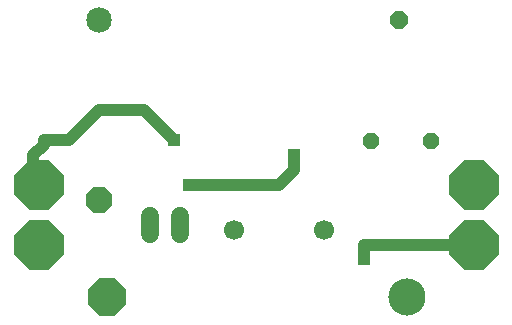
<source format=gbl>
G75*
G70*
%OFA0B0*%
%FSLAX24Y24*%
%IPPOS*%
%LPD*%
%AMOC8*
5,1,8,0,0,1.08239X$1,22.5*
%
%ADD10C,0.0669*%
%ADD11C,0.0850*%
%ADD12OC8,0.0850*%
%ADD13OC8,0.0520*%
%ADD14C,0.1240*%
%ADD15OC8,0.1240*%
%ADD16C,0.0600*%
%ADD17OC8,0.1640*%
%ADD18OC8,0.0600*%
%ADD19C,0.0400*%
%ADD20R,0.0396X0.0396*%
D10*
X007802Y005175D03*
X010802Y005175D03*
D11*
X003302Y012175D03*
D12*
X003302Y006175D03*
D13*
X012377Y008156D03*
X014377Y008156D03*
D14*
X013559Y002951D03*
D15*
X003559Y002951D03*
D16*
X005015Y005056D02*
X005015Y005656D01*
X006015Y005656D02*
X006015Y005056D01*
D17*
X001302Y004675D03*
X001302Y006675D03*
X015802Y006675D03*
X015802Y004675D03*
D18*
X013302Y012175D03*
D19*
X009802Y007675D02*
X009802Y007175D01*
X009302Y006675D01*
X006302Y006675D01*
X005802Y008175D02*
X004802Y009175D01*
X003302Y009175D01*
X002302Y008175D01*
X001472Y008175D01*
X001472Y008026D01*
X001121Y007675D01*
X001121Y006856D01*
X001302Y006675D01*
X012152Y004675D02*
X012152Y004225D01*
X012152Y004675D02*
X015802Y004675D01*
D20*
X012152Y004225D03*
X009802Y007675D03*
X006302Y006675D03*
X005802Y008175D03*
M02*

</source>
